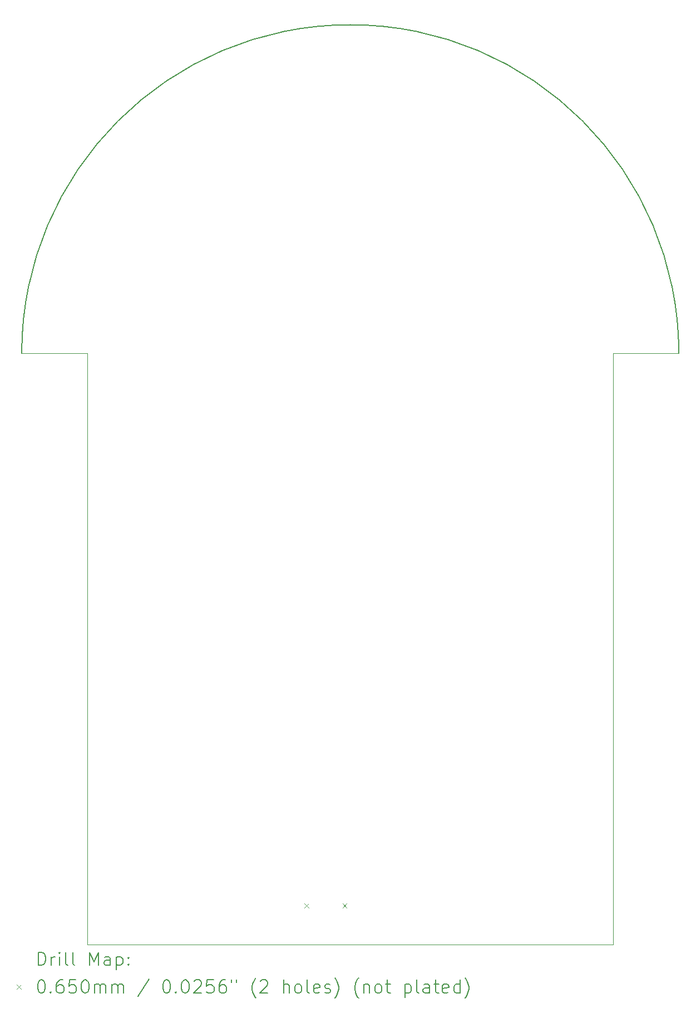
<source format=gbr>
%TF.GenerationSoftware,KiCad,Pcbnew,7.0.8-1.fc38*%
%TF.CreationDate,2023-12-05T14:34:52+01:00*%
%TF.ProjectId,frat,66726174-2e6b-4696-9361-645f70636258,rev?*%
%TF.SameCoordinates,Original*%
%TF.FileFunction,Drillmap*%
%TF.FilePolarity,Positive*%
%FSLAX45Y45*%
G04 Gerber Fmt 4.5, Leading zero omitted, Abs format (unit mm)*
G04 Created by KiCad (PCBNEW 7.0.8-1.fc38) date 2023-12-05 14:34:52*
%MOMM*%
%LPD*%
G01*
G04 APERTURE LIST*
%ADD10C,0.100000*%
%ADD11C,0.200000*%
%ADD12C,0.065000*%
G04 APERTURE END LIST*
D10*
X10000000Y-15000000D02*
X10000000Y-24000000D01*
X18000000Y-24000000D02*
X18000000Y-15000000D01*
D11*
X19000000Y-15000000D02*
G75*
G03*
X9000000Y-15000000I-5000000J0D01*
G01*
D10*
X10000000Y-15000000D02*
X9000000Y-15000000D01*
X10000000Y-24000000D02*
X18000000Y-24000000D01*
X18000000Y-15000000D02*
X19000000Y-15000000D01*
D11*
D12*
X13303500Y-23375000D02*
X13368500Y-23440000D01*
X13368500Y-23375000D02*
X13303500Y-23440000D01*
X13881500Y-23375000D02*
X13946500Y-23440000D01*
X13946500Y-23375000D02*
X13881500Y-23440000D01*
D11*
X9250777Y-24316484D02*
X9250777Y-24116484D01*
X9250777Y-24116484D02*
X9298396Y-24116484D01*
X9298396Y-24116484D02*
X9326967Y-24126008D01*
X9326967Y-24126008D02*
X9346015Y-24145055D01*
X9346015Y-24145055D02*
X9355539Y-24164103D01*
X9355539Y-24164103D02*
X9365063Y-24202198D01*
X9365063Y-24202198D02*
X9365063Y-24230769D01*
X9365063Y-24230769D02*
X9355539Y-24268865D01*
X9355539Y-24268865D02*
X9346015Y-24287912D01*
X9346015Y-24287912D02*
X9326967Y-24306960D01*
X9326967Y-24306960D02*
X9298396Y-24316484D01*
X9298396Y-24316484D02*
X9250777Y-24316484D01*
X9450777Y-24316484D02*
X9450777Y-24183150D01*
X9450777Y-24221246D02*
X9460301Y-24202198D01*
X9460301Y-24202198D02*
X9469824Y-24192674D01*
X9469824Y-24192674D02*
X9488872Y-24183150D01*
X9488872Y-24183150D02*
X9507920Y-24183150D01*
X9574586Y-24316484D02*
X9574586Y-24183150D01*
X9574586Y-24116484D02*
X9565063Y-24126008D01*
X9565063Y-24126008D02*
X9574586Y-24135531D01*
X9574586Y-24135531D02*
X9584110Y-24126008D01*
X9584110Y-24126008D02*
X9574586Y-24116484D01*
X9574586Y-24116484D02*
X9574586Y-24135531D01*
X9698396Y-24316484D02*
X9679348Y-24306960D01*
X9679348Y-24306960D02*
X9669824Y-24287912D01*
X9669824Y-24287912D02*
X9669824Y-24116484D01*
X9803158Y-24316484D02*
X9784110Y-24306960D01*
X9784110Y-24306960D02*
X9774586Y-24287912D01*
X9774586Y-24287912D02*
X9774586Y-24116484D01*
X10031729Y-24316484D02*
X10031729Y-24116484D01*
X10031729Y-24116484D02*
X10098396Y-24259341D01*
X10098396Y-24259341D02*
X10165063Y-24116484D01*
X10165063Y-24116484D02*
X10165063Y-24316484D01*
X10346015Y-24316484D02*
X10346015Y-24211722D01*
X10346015Y-24211722D02*
X10336491Y-24192674D01*
X10336491Y-24192674D02*
X10317444Y-24183150D01*
X10317444Y-24183150D02*
X10279348Y-24183150D01*
X10279348Y-24183150D02*
X10260301Y-24192674D01*
X10346015Y-24306960D02*
X10326967Y-24316484D01*
X10326967Y-24316484D02*
X10279348Y-24316484D01*
X10279348Y-24316484D02*
X10260301Y-24306960D01*
X10260301Y-24306960D02*
X10250777Y-24287912D01*
X10250777Y-24287912D02*
X10250777Y-24268865D01*
X10250777Y-24268865D02*
X10260301Y-24249817D01*
X10260301Y-24249817D02*
X10279348Y-24240293D01*
X10279348Y-24240293D02*
X10326967Y-24240293D01*
X10326967Y-24240293D02*
X10346015Y-24230769D01*
X10441253Y-24183150D02*
X10441253Y-24383150D01*
X10441253Y-24192674D02*
X10460301Y-24183150D01*
X10460301Y-24183150D02*
X10498396Y-24183150D01*
X10498396Y-24183150D02*
X10517444Y-24192674D01*
X10517444Y-24192674D02*
X10526967Y-24202198D01*
X10526967Y-24202198D02*
X10536491Y-24221246D01*
X10536491Y-24221246D02*
X10536491Y-24278388D01*
X10536491Y-24278388D02*
X10526967Y-24297436D01*
X10526967Y-24297436D02*
X10517444Y-24306960D01*
X10517444Y-24306960D02*
X10498396Y-24316484D01*
X10498396Y-24316484D02*
X10460301Y-24316484D01*
X10460301Y-24316484D02*
X10441253Y-24306960D01*
X10622205Y-24297436D02*
X10631729Y-24306960D01*
X10631729Y-24306960D02*
X10622205Y-24316484D01*
X10622205Y-24316484D02*
X10612682Y-24306960D01*
X10612682Y-24306960D02*
X10622205Y-24297436D01*
X10622205Y-24297436D02*
X10622205Y-24316484D01*
X10622205Y-24192674D02*
X10631729Y-24202198D01*
X10631729Y-24202198D02*
X10622205Y-24211722D01*
X10622205Y-24211722D02*
X10612682Y-24202198D01*
X10612682Y-24202198D02*
X10622205Y-24192674D01*
X10622205Y-24192674D02*
X10622205Y-24211722D01*
D12*
X8925000Y-24612500D02*
X8990000Y-24677500D01*
X8990000Y-24612500D02*
X8925000Y-24677500D01*
D11*
X9288872Y-24536484D02*
X9307920Y-24536484D01*
X9307920Y-24536484D02*
X9326967Y-24546008D01*
X9326967Y-24546008D02*
X9336491Y-24555531D01*
X9336491Y-24555531D02*
X9346015Y-24574579D01*
X9346015Y-24574579D02*
X9355539Y-24612674D01*
X9355539Y-24612674D02*
X9355539Y-24660293D01*
X9355539Y-24660293D02*
X9346015Y-24698388D01*
X9346015Y-24698388D02*
X9336491Y-24717436D01*
X9336491Y-24717436D02*
X9326967Y-24726960D01*
X9326967Y-24726960D02*
X9307920Y-24736484D01*
X9307920Y-24736484D02*
X9288872Y-24736484D01*
X9288872Y-24736484D02*
X9269824Y-24726960D01*
X9269824Y-24726960D02*
X9260301Y-24717436D01*
X9260301Y-24717436D02*
X9250777Y-24698388D01*
X9250777Y-24698388D02*
X9241253Y-24660293D01*
X9241253Y-24660293D02*
X9241253Y-24612674D01*
X9241253Y-24612674D02*
X9250777Y-24574579D01*
X9250777Y-24574579D02*
X9260301Y-24555531D01*
X9260301Y-24555531D02*
X9269824Y-24546008D01*
X9269824Y-24546008D02*
X9288872Y-24536484D01*
X9441253Y-24717436D02*
X9450777Y-24726960D01*
X9450777Y-24726960D02*
X9441253Y-24736484D01*
X9441253Y-24736484D02*
X9431729Y-24726960D01*
X9431729Y-24726960D02*
X9441253Y-24717436D01*
X9441253Y-24717436D02*
X9441253Y-24736484D01*
X9622205Y-24536484D02*
X9584110Y-24536484D01*
X9584110Y-24536484D02*
X9565063Y-24546008D01*
X9565063Y-24546008D02*
X9555539Y-24555531D01*
X9555539Y-24555531D02*
X9536491Y-24584103D01*
X9536491Y-24584103D02*
X9526967Y-24622198D01*
X9526967Y-24622198D02*
X9526967Y-24698388D01*
X9526967Y-24698388D02*
X9536491Y-24717436D01*
X9536491Y-24717436D02*
X9546015Y-24726960D01*
X9546015Y-24726960D02*
X9565063Y-24736484D01*
X9565063Y-24736484D02*
X9603158Y-24736484D01*
X9603158Y-24736484D02*
X9622205Y-24726960D01*
X9622205Y-24726960D02*
X9631729Y-24717436D01*
X9631729Y-24717436D02*
X9641253Y-24698388D01*
X9641253Y-24698388D02*
X9641253Y-24650769D01*
X9641253Y-24650769D02*
X9631729Y-24631722D01*
X9631729Y-24631722D02*
X9622205Y-24622198D01*
X9622205Y-24622198D02*
X9603158Y-24612674D01*
X9603158Y-24612674D02*
X9565063Y-24612674D01*
X9565063Y-24612674D02*
X9546015Y-24622198D01*
X9546015Y-24622198D02*
X9536491Y-24631722D01*
X9536491Y-24631722D02*
X9526967Y-24650769D01*
X9822205Y-24536484D02*
X9726967Y-24536484D01*
X9726967Y-24536484D02*
X9717444Y-24631722D01*
X9717444Y-24631722D02*
X9726967Y-24622198D01*
X9726967Y-24622198D02*
X9746015Y-24612674D01*
X9746015Y-24612674D02*
X9793634Y-24612674D01*
X9793634Y-24612674D02*
X9812682Y-24622198D01*
X9812682Y-24622198D02*
X9822205Y-24631722D01*
X9822205Y-24631722D02*
X9831729Y-24650769D01*
X9831729Y-24650769D02*
X9831729Y-24698388D01*
X9831729Y-24698388D02*
X9822205Y-24717436D01*
X9822205Y-24717436D02*
X9812682Y-24726960D01*
X9812682Y-24726960D02*
X9793634Y-24736484D01*
X9793634Y-24736484D02*
X9746015Y-24736484D01*
X9746015Y-24736484D02*
X9726967Y-24726960D01*
X9726967Y-24726960D02*
X9717444Y-24717436D01*
X9955539Y-24536484D02*
X9974586Y-24536484D01*
X9974586Y-24536484D02*
X9993634Y-24546008D01*
X9993634Y-24546008D02*
X10003158Y-24555531D01*
X10003158Y-24555531D02*
X10012682Y-24574579D01*
X10012682Y-24574579D02*
X10022205Y-24612674D01*
X10022205Y-24612674D02*
X10022205Y-24660293D01*
X10022205Y-24660293D02*
X10012682Y-24698388D01*
X10012682Y-24698388D02*
X10003158Y-24717436D01*
X10003158Y-24717436D02*
X9993634Y-24726960D01*
X9993634Y-24726960D02*
X9974586Y-24736484D01*
X9974586Y-24736484D02*
X9955539Y-24736484D01*
X9955539Y-24736484D02*
X9936491Y-24726960D01*
X9936491Y-24726960D02*
X9926967Y-24717436D01*
X9926967Y-24717436D02*
X9917444Y-24698388D01*
X9917444Y-24698388D02*
X9907920Y-24660293D01*
X9907920Y-24660293D02*
X9907920Y-24612674D01*
X9907920Y-24612674D02*
X9917444Y-24574579D01*
X9917444Y-24574579D02*
X9926967Y-24555531D01*
X9926967Y-24555531D02*
X9936491Y-24546008D01*
X9936491Y-24546008D02*
X9955539Y-24536484D01*
X10107920Y-24736484D02*
X10107920Y-24603150D01*
X10107920Y-24622198D02*
X10117444Y-24612674D01*
X10117444Y-24612674D02*
X10136491Y-24603150D01*
X10136491Y-24603150D02*
X10165063Y-24603150D01*
X10165063Y-24603150D02*
X10184110Y-24612674D01*
X10184110Y-24612674D02*
X10193634Y-24631722D01*
X10193634Y-24631722D02*
X10193634Y-24736484D01*
X10193634Y-24631722D02*
X10203158Y-24612674D01*
X10203158Y-24612674D02*
X10222205Y-24603150D01*
X10222205Y-24603150D02*
X10250777Y-24603150D01*
X10250777Y-24603150D02*
X10269825Y-24612674D01*
X10269825Y-24612674D02*
X10279348Y-24631722D01*
X10279348Y-24631722D02*
X10279348Y-24736484D01*
X10374586Y-24736484D02*
X10374586Y-24603150D01*
X10374586Y-24622198D02*
X10384110Y-24612674D01*
X10384110Y-24612674D02*
X10403158Y-24603150D01*
X10403158Y-24603150D02*
X10431729Y-24603150D01*
X10431729Y-24603150D02*
X10450777Y-24612674D01*
X10450777Y-24612674D02*
X10460301Y-24631722D01*
X10460301Y-24631722D02*
X10460301Y-24736484D01*
X10460301Y-24631722D02*
X10469825Y-24612674D01*
X10469825Y-24612674D02*
X10488872Y-24603150D01*
X10488872Y-24603150D02*
X10517444Y-24603150D01*
X10517444Y-24603150D02*
X10536491Y-24612674D01*
X10536491Y-24612674D02*
X10546015Y-24631722D01*
X10546015Y-24631722D02*
X10546015Y-24736484D01*
X10936491Y-24526960D02*
X10765063Y-24784103D01*
X11193634Y-24536484D02*
X11212682Y-24536484D01*
X11212682Y-24536484D02*
X11231729Y-24546008D01*
X11231729Y-24546008D02*
X11241253Y-24555531D01*
X11241253Y-24555531D02*
X11250777Y-24574579D01*
X11250777Y-24574579D02*
X11260301Y-24612674D01*
X11260301Y-24612674D02*
X11260301Y-24660293D01*
X11260301Y-24660293D02*
X11250777Y-24698388D01*
X11250777Y-24698388D02*
X11241253Y-24717436D01*
X11241253Y-24717436D02*
X11231729Y-24726960D01*
X11231729Y-24726960D02*
X11212682Y-24736484D01*
X11212682Y-24736484D02*
X11193634Y-24736484D01*
X11193634Y-24736484D02*
X11174587Y-24726960D01*
X11174587Y-24726960D02*
X11165063Y-24717436D01*
X11165063Y-24717436D02*
X11155539Y-24698388D01*
X11155539Y-24698388D02*
X11146015Y-24660293D01*
X11146015Y-24660293D02*
X11146015Y-24612674D01*
X11146015Y-24612674D02*
X11155539Y-24574579D01*
X11155539Y-24574579D02*
X11165063Y-24555531D01*
X11165063Y-24555531D02*
X11174587Y-24546008D01*
X11174587Y-24546008D02*
X11193634Y-24536484D01*
X11346015Y-24717436D02*
X11355539Y-24726960D01*
X11355539Y-24726960D02*
X11346015Y-24736484D01*
X11346015Y-24736484D02*
X11336491Y-24726960D01*
X11336491Y-24726960D02*
X11346015Y-24717436D01*
X11346015Y-24717436D02*
X11346015Y-24736484D01*
X11479348Y-24536484D02*
X11498396Y-24536484D01*
X11498396Y-24536484D02*
X11517444Y-24546008D01*
X11517444Y-24546008D02*
X11526967Y-24555531D01*
X11526967Y-24555531D02*
X11536491Y-24574579D01*
X11536491Y-24574579D02*
X11546015Y-24612674D01*
X11546015Y-24612674D02*
X11546015Y-24660293D01*
X11546015Y-24660293D02*
X11536491Y-24698388D01*
X11536491Y-24698388D02*
X11526967Y-24717436D01*
X11526967Y-24717436D02*
X11517444Y-24726960D01*
X11517444Y-24726960D02*
X11498396Y-24736484D01*
X11498396Y-24736484D02*
X11479348Y-24736484D01*
X11479348Y-24736484D02*
X11460301Y-24726960D01*
X11460301Y-24726960D02*
X11450777Y-24717436D01*
X11450777Y-24717436D02*
X11441253Y-24698388D01*
X11441253Y-24698388D02*
X11431729Y-24660293D01*
X11431729Y-24660293D02*
X11431729Y-24612674D01*
X11431729Y-24612674D02*
X11441253Y-24574579D01*
X11441253Y-24574579D02*
X11450777Y-24555531D01*
X11450777Y-24555531D02*
X11460301Y-24546008D01*
X11460301Y-24546008D02*
X11479348Y-24536484D01*
X11622206Y-24555531D02*
X11631729Y-24546008D01*
X11631729Y-24546008D02*
X11650777Y-24536484D01*
X11650777Y-24536484D02*
X11698396Y-24536484D01*
X11698396Y-24536484D02*
X11717444Y-24546008D01*
X11717444Y-24546008D02*
X11726967Y-24555531D01*
X11726967Y-24555531D02*
X11736491Y-24574579D01*
X11736491Y-24574579D02*
X11736491Y-24593627D01*
X11736491Y-24593627D02*
X11726967Y-24622198D01*
X11726967Y-24622198D02*
X11612682Y-24736484D01*
X11612682Y-24736484D02*
X11736491Y-24736484D01*
X11917444Y-24536484D02*
X11822206Y-24536484D01*
X11822206Y-24536484D02*
X11812682Y-24631722D01*
X11812682Y-24631722D02*
X11822206Y-24622198D01*
X11822206Y-24622198D02*
X11841253Y-24612674D01*
X11841253Y-24612674D02*
X11888872Y-24612674D01*
X11888872Y-24612674D02*
X11907920Y-24622198D01*
X11907920Y-24622198D02*
X11917444Y-24631722D01*
X11917444Y-24631722D02*
X11926967Y-24650769D01*
X11926967Y-24650769D02*
X11926967Y-24698388D01*
X11926967Y-24698388D02*
X11917444Y-24717436D01*
X11917444Y-24717436D02*
X11907920Y-24726960D01*
X11907920Y-24726960D02*
X11888872Y-24736484D01*
X11888872Y-24736484D02*
X11841253Y-24736484D01*
X11841253Y-24736484D02*
X11822206Y-24726960D01*
X11822206Y-24726960D02*
X11812682Y-24717436D01*
X12098396Y-24536484D02*
X12060301Y-24536484D01*
X12060301Y-24536484D02*
X12041253Y-24546008D01*
X12041253Y-24546008D02*
X12031729Y-24555531D01*
X12031729Y-24555531D02*
X12012682Y-24584103D01*
X12012682Y-24584103D02*
X12003158Y-24622198D01*
X12003158Y-24622198D02*
X12003158Y-24698388D01*
X12003158Y-24698388D02*
X12012682Y-24717436D01*
X12012682Y-24717436D02*
X12022206Y-24726960D01*
X12022206Y-24726960D02*
X12041253Y-24736484D01*
X12041253Y-24736484D02*
X12079348Y-24736484D01*
X12079348Y-24736484D02*
X12098396Y-24726960D01*
X12098396Y-24726960D02*
X12107920Y-24717436D01*
X12107920Y-24717436D02*
X12117444Y-24698388D01*
X12117444Y-24698388D02*
X12117444Y-24650769D01*
X12117444Y-24650769D02*
X12107920Y-24631722D01*
X12107920Y-24631722D02*
X12098396Y-24622198D01*
X12098396Y-24622198D02*
X12079348Y-24612674D01*
X12079348Y-24612674D02*
X12041253Y-24612674D01*
X12041253Y-24612674D02*
X12022206Y-24622198D01*
X12022206Y-24622198D02*
X12012682Y-24631722D01*
X12012682Y-24631722D02*
X12003158Y-24650769D01*
X12193634Y-24536484D02*
X12193634Y-24574579D01*
X12269825Y-24536484D02*
X12269825Y-24574579D01*
X12565063Y-24812674D02*
X12555539Y-24803150D01*
X12555539Y-24803150D02*
X12536491Y-24774579D01*
X12536491Y-24774579D02*
X12526968Y-24755531D01*
X12526968Y-24755531D02*
X12517444Y-24726960D01*
X12517444Y-24726960D02*
X12507920Y-24679341D01*
X12507920Y-24679341D02*
X12507920Y-24641246D01*
X12507920Y-24641246D02*
X12517444Y-24593627D01*
X12517444Y-24593627D02*
X12526968Y-24565055D01*
X12526968Y-24565055D02*
X12536491Y-24546008D01*
X12536491Y-24546008D02*
X12555539Y-24517436D01*
X12555539Y-24517436D02*
X12565063Y-24507912D01*
X12631729Y-24555531D02*
X12641253Y-24546008D01*
X12641253Y-24546008D02*
X12660301Y-24536484D01*
X12660301Y-24536484D02*
X12707920Y-24536484D01*
X12707920Y-24536484D02*
X12726968Y-24546008D01*
X12726968Y-24546008D02*
X12736491Y-24555531D01*
X12736491Y-24555531D02*
X12746015Y-24574579D01*
X12746015Y-24574579D02*
X12746015Y-24593627D01*
X12746015Y-24593627D02*
X12736491Y-24622198D01*
X12736491Y-24622198D02*
X12622206Y-24736484D01*
X12622206Y-24736484D02*
X12746015Y-24736484D01*
X12984110Y-24736484D02*
X12984110Y-24536484D01*
X13069825Y-24736484D02*
X13069825Y-24631722D01*
X13069825Y-24631722D02*
X13060301Y-24612674D01*
X13060301Y-24612674D02*
X13041253Y-24603150D01*
X13041253Y-24603150D02*
X13012682Y-24603150D01*
X13012682Y-24603150D02*
X12993634Y-24612674D01*
X12993634Y-24612674D02*
X12984110Y-24622198D01*
X13193634Y-24736484D02*
X13174587Y-24726960D01*
X13174587Y-24726960D02*
X13165063Y-24717436D01*
X13165063Y-24717436D02*
X13155539Y-24698388D01*
X13155539Y-24698388D02*
X13155539Y-24641246D01*
X13155539Y-24641246D02*
X13165063Y-24622198D01*
X13165063Y-24622198D02*
X13174587Y-24612674D01*
X13174587Y-24612674D02*
X13193634Y-24603150D01*
X13193634Y-24603150D02*
X13222206Y-24603150D01*
X13222206Y-24603150D02*
X13241253Y-24612674D01*
X13241253Y-24612674D02*
X13250777Y-24622198D01*
X13250777Y-24622198D02*
X13260301Y-24641246D01*
X13260301Y-24641246D02*
X13260301Y-24698388D01*
X13260301Y-24698388D02*
X13250777Y-24717436D01*
X13250777Y-24717436D02*
X13241253Y-24726960D01*
X13241253Y-24726960D02*
X13222206Y-24736484D01*
X13222206Y-24736484D02*
X13193634Y-24736484D01*
X13374587Y-24736484D02*
X13355539Y-24726960D01*
X13355539Y-24726960D02*
X13346015Y-24707912D01*
X13346015Y-24707912D02*
X13346015Y-24536484D01*
X13526968Y-24726960D02*
X13507920Y-24736484D01*
X13507920Y-24736484D02*
X13469825Y-24736484D01*
X13469825Y-24736484D02*
X13450777Y-24726960D01*
X13450777Y-24726960D02*
X13441253Y-24707912D01*
X13441253Y-24707912D02*
X13441253Y-24631722D01*
X13441253Y-24631722D02*
X13450777Y-24612674D01*
X13450777Y-24612674D02*
X13469825Y-24603150D01*
X13469825Y-24603150D02*
X13507920Y-24603150D01*
X13507920Y-24603150D02*
X13526968Y-24612674D01*
X13526968Y-24612674D02*
X13536491Y-24631722D01*
X13536491Y-24631722D02*
X13536491Y-24650769D01*
X13536491Y-24650769D02*
X13441253Y-24669817D01*
X13612682Y-24726960D02*
X13631730Y-24736484D01*
X13631730Y-24736484D02*
X13669825Y-24736484D01*
X13669825Y-24736484D02*
X13688872Y-24726960D01*
X13688872Y-24726960D02*
X13698396Y-24707912D01*
X13698396Y-24707912D02*
X13698396Y-24698388D01*
X13698396Y-24698388D02*
X13688872Y-24679341D01*
X13688872Y-24679341D02*
X13669825Y-24669817D01*
X13669825Y-24669817D02*
X13641253Y-24669817D01*
X13641253Y-24669817D02*
X13622206Y-24660293D01*
X13622206Y-24660293D02*
X13612682Y-24641246D01*
X13612682Y-24641246D02*
X13612682Y-24631722D01*
X13612682Y-24631722D02*
X13622206Y-24612674D01*
X13622206Y-24612674D02*
X13641253Y-24603150D01*
X13641253Y-24603150D02*
X13669825Y-24603150D01*
X13669825Y-24603150D02*
X13688872Y-24612674D01*
X13765063Y-24812674D02*
X13774587Y-24803150D01*
X13774587Y-24803150D02*
X13793634Y-24774579D01*
X13793634Y-24774579D02*
X13803158Y-24755531D01*
X13803158Y-24755531D02*
X13812682Y-24726960D01*
X13812682Y-24726960D02*
X13822206Y-24679341D01*
X13822206Y-24679341D02*
X13822206Y-24641246D01*
X13822206Y-24641246D02*
X13812682Y-24593627D01*
X13812682Y-24593627D02*
X13803158Y-24565055D01*
X13803158Y-24565055D02*
X13793634Y-24546008D01*
X13793634Y-24546008D02*
X13774587Y-24517436D01*
X13774587Y-24517436D02*
X13765063Y-24507912D01*
X14126968Y-24812674D02*
X14117444Y-24803150D01*
X14117444Y-24803150D02*
X14098396Y-24774579D01*
X14098396Y-24774579D02*
X14088872Y-24755531D01*
X14088872Y-24755531D02*
X14079349Y-24726960D01*
X14079349Y-24726960D02*
X14069825Y-24679341D01*
X14069825Y-24679341D02*
X14069825Y-24641246D01*
X14069825Y-24641246D02*
X14079349Y-24593627D01*
X14079349Y-24593627D02*
X14088872Y-24565055D01*
X14088872Y-24565055D02*
X14098396Y-24546008D01*
X14098396Y-24546008D02*
X14117444Y-24517436D01*
X14117444Y-24517436D02*
X14126968Y-24507912D01*
X14203158Y-24603150D02*
X14203158Y-24736484D01*
X14203158Y-24622198D02*
X14212682Y-24612674D01*
X14212682Y-24612674D02*
X14231730Y-24603150D01*
X14231730Y-24603150D02*
X14260301Y-24603150D01*
X14260301Y-24603150D02*
X14279349Y-24612674D01*
X14279349Y-24612674D02*
X14288872Y-24631722D01*
X14288872Y-24631722D02*
X14288872Y-24736484D01*
X14412682Y-24736484D02*
X14393634Y-24726960D01*
X14393634Y-24726960D02*
X14384111Y-24717436D01*
X14384111Y-24717436D02*
X14374587Y-24698388D01*
X14374587Y-24698388D02*
X14374587Y-24641246D01*
X14374587Y-24641246D02*
X14384111Y-24622198D01*
X14384111Y-24622198D02*
X14393634Y-24612674D01*
X14393634Y-24612674D02*
X14412682Y-24603150D01*
X14412682Y-24603150D02*
X14441253Y-24603150D01*
X14441253Y-24603150D02*
X14460301Y-24612674D01*
X14460301Y-24612674D02*
X14469825Y-24622198D01*
X14469825Y-24622198D02*
X14479349Y-24641246D01*
X14479349Y-24641246D02*
X14479349Y-24698388D01*
X14479349Y-24698388D02*
X14469825Y-24717436D01*
X14469825Y-24717436D02*
X14460301Y-24726960D01*
X14460301Y-24726960D02*
X14441253Y-24736484D01*
X14441253Y-24736484D02*
X14412682Y-24736484D01*
X14536492Y-24603150D02*
X14612682Y-24603150D01*
X14565063Y-24536484D02*
X14565063Y-24707912D01*
X14565063Y-24707912D02*
X14574587Y-24726960D01*
X14574587Y-24726960D02*
X14593634Y-24736484D01*
X14593634Y-24736484D02*
X14612682Y-24736484D01*
X14831730Y-24603150D02*
X14831730Y-24803150D01*
X14831730Y-24612674D02*
X14850777Y-24603150D01*
X14850777Y-24603150D02*
X14888873Y-24603150D01*
X14888873Y-24603150D02*
X14907920Y-24612674D01*
X14907920Y-24612674D02*
X14917444Y-24622198D01*
X14917444Y-24622198D02*
X14926968Y-24641246D01*
X14926968Y-24641246D02*
X14926968Y-24698388D01*
X14926968Y-24698388D02*
X14917444Y-24717436D01*
X14917444Y-24717436D02*
X14907920Y-24726960D01*
X14907920Y-24726960D02*
X14888873Y-24736484D01*
X14888873Y-24736484D02*
X14850777Y-24736484D01*
X14850777Y-24736484D02*
X14831730Y-24726960D01*
X15041253Y-24736484D02*
X15022206Y-24726960D01*
X15022206Y-24726960D02*
X15012682Y-24707912D01*
X15012682Y-24707912D02*
X15012682Y-24536484D01*
X15203158Y-24736484D02*
X15203158Y-24631722D01*
X15203158Y-24631722D02*
X15193634Y-24612674D01*
X15193634Y-24612674D02*
X15174587Y-24603150D01*
X15174587Y-24603150D02*
X15136492Y-24603150D01*
X15136492Y-24603150D02*
X15117444Y-24612674D01*
X15203158Y-24726960D02*
X15184111Y-24736484D01*
X15184111Y-24736484D02*
X15136492Y-24736484D01*
X15136492Y-24736484D02*
X15117444Y-24726960D01*
X15117444Y-24726960D02*
X15107920Y-24707912D01*
X15107920Y-24707912D02*
X15107920Y-24688865D01*
X15107920Y-24688865D02*
X15117444Y-24669817D01*
X15117444Y-24669817D02*
X15136492Y-24660293D01*
X15136492Y-24660293D02*
X15184111Y-24660293D01*
X15184111Y-24660293D02*
X15203158Y-24650769D01*
X15269825Y-24603150D02*
X15346015Y-24603150D01*
X15298396Y-24536484D02*
X15298396Y-24707912D01*
X15298396Y-24707912D02*
X15307920Y-24726960D01*
X15307920Y-24726960D02*
X15326968Y-24736484D01*
X15326968Y-24736484D02*
X15346015Y-24736484D01*
X15488873Y-24726960D02*
X15469825Y-24736484D01*
X15469825Y-24736484D02*
X15431730Y-24736484D01*
X15431730Y-24736484D02*
X15412682Y-24726960D01*
X15412682Y-24726960D02*
X15403158Y-24707912D01*
X15403158Y-24707912D02*
X15403158Y-24631722D01*
X15403158Y-24631722D02*
X15412682Y-24612674D01*
X15412682Y-24612674D02*
X15431730Y-24603150D01*
X15431730Y-24603150D02*
X15469825Y-24603150D01*
X15469825Y-24603150D02*
X15488873Y-24612674D01*
X15488873Y-24612674D02*
X15498396Y-24631722D01*
X15498396Y-24631722D02*
X15498396Y-24650769D01*
X15498396Y-24650769D02*
X15403158Y-24669817D01*
X15669825Y-24736484D02*
X15669825Y-24536484D01*
X15669825Y-24726960D02*
X15650777Y-24736484D01*
X15650777Y-24736484D02*
X15612682Y-24736484D01*
X15612682Y-24736484D02*
X15593634Y-24726960D01*
X15593634Y-24726960D02*
X15584111Y-24717436D01*
X15584111Y-24717436D02*
X15574587Y-24698388D01*
X15574587Y-24698388D02*
X15574587Y-24641246D01*
X15574587Y-24641246D02*
X15584111Y-24622198D01*
X15584111Y-24622198D02*
X15593634Y-24612674D01*
X15593634Y-24612674D02*
X15612682Y-24603150D01*
X15612682Y-24603150D02*
X15650777Y-24603150D01*
X15650777Y-24603150D02*
X15669825Y-24612674D01*
X15746015Y-24812674D02*
X15755539Y-24803150D01*
X15755539Y-24803150D02*
X15774587Y-24774579D01*
X15774587Y-24774579D02*
X15784111Y-24755531D01*
X15784111Y-24755531D02*
X15793634Y-24726960D01*
X15793634Y-24726960D02*
X15803158Y-24679341D01*
X15803158Y-24679341D02*
X15803158Y-24641246D01*
X15803158Y-24641246D02*
X15793634Y-24593627D01*
X15793634Y-24593627D02*
X15784111Y-24565055D01*
X15784111Y-24565055D02*
X15774587Y-24546008D01*
X15774587Y-24546008D02*
X15755539Y-24517436D01*
X15755539Y-24517436D02*
X15746015Y-24507912D01*
M02*

</source>
